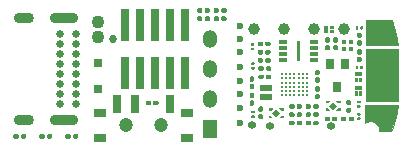
<source format=gbs>
G04 #@! TF.GenerationSoftware,KiCad,Pcbnew,(5.1.6)-1*
G04 #@! TF.CreationDate,2020-12-05T12:50:13+08:00*
G04 #@! TF.ProjectId,qomu-board,716f6d75-2d62-46f6-9172-642e6b696361,rev?*
G04 #@! TF.SameCoordinates,Original*
G04 #@! TF.FileFunction,Soldermask,Bot*
G04 #@! TF.FilePolarity,Negative*
%FSLAX46Y46*%
G04 Gerber Fmt 4.6, Leading zero omitted, Abs format (unit mm)*
G04 Created by KiCad (PCBNEW (5.1.6)-1) date 2020-12-05 12:50:13*
%MOMM*%
%LPD*%
G01*
G04 APERTURE LIST*
%ADD10C,0.100000*%
%ADD11O,0.600000X0.750000*%
%ADD12R,0.700000X0.900000*%
%ADD13R,0.740000X2.790000*%
%ADD14R,0.400000X0.400000*%
%ADD15R,1.250000X1.500000*%
%ADD16O,1.250000X1.500000*%
%ADD17O,1.700000X0.900000*%
%ADD18O,2.400000X0.900000*%
%ADD19C,0.650000*%
%ADD20R,0.270000X0.180000*%
%ADD21R,0.270000X0.520000*%
%ADD22R,0.180000X0.270000*%
%ADD23R,0.520000X0.270000*%
%ADD24R,1.140000X0.575000*%
%ADD25C,0.600000*%
%ADD26C,1.100000*%
%ADD27R,0.700000X1.500000*%
%ADD28C,1.200000*%
%ADD29R,1.000000X0.800000*%
%ADD30R,0.150000X0.900000*%
%ADD31R,0.670000X0.300000*%
%ADD32O,0.750000X0.600000*%
%ADD33C,0.211000*%
%ADD34C,1.000000*%
%ADD35R,0.800000X0.800000*%
%ADD36C,0.100000*%
G04 APERTURE END LIST*
D10*
G36*
X45648000Y-26386000D02*
G01*
X45298000Y-27486000D01*
X45248000Y-27536000D01*
X44248000Y-27536000D01*
X44198000Y-27186000D01*
X43998000Y-26936000D01*
X43798000Y-26786000D01*
X43648000Y-26736000D01*
X43448000Y-26736000D01*
X43148000Y-26786000D01*
X43025000Y-26850000D01*
X43025000Y-25325000D01*
X45850000Y-25325000D01*
X45648000Y-26386000D01*
G37*
X45648000Y-26386000D02*
X45298000Y-27486000D01*
X45248000Y-27536000D01*
X44248000Y-27536000D01*
X44198000Y-27186000D01*
X43998000Y-26936000D01*
X43798000Y-26786000D01*
X43648000Y-26736000D01*
X43448000Y-26736000D01*
X43148000Y-26786000D01*
X43025000Y-26850000D01*
X43025000Y-25325000D01*
X45850000Y-25325000D01*
X45648000Y-26386000D01*
G36*
X45298000Y-18186000D02*
G01*
X45648000Y-19336000D01*
X45825000Y-20275000D01*
X43075000Y-20275000D01*
X43075000Y-18150000D01*
X45198000Y-18136000D01*
X45298000Y-18186000D01*
G37*
X45298000Y-18186000D02*
X45648000Y-19336000D01*
X45825000Y-20275000D01*
X43075000Y-20275000D01*
X43075000Y-18150000D01*
X45198000Y-18136000D01*
X45298000Y-18186000D01*
G36*
X45800000Y-25025000D02*
G01*
X43075000Y-25025000D01*
X43075000Y-20600000D01*
X45800000Y-20600000D01*
X45800000Y-25025000D01*
G37*
X45800000Y-25025000D02*
X43075000Y-25025000D01*
X43075000Y-20600000D01*
X45800000Y-20600000D01*
X45800000Y-25025000D01*
G36*
X40410000Y-18660000D02*
G01*
X40040000Y-18660000D01*
X40040000Y-18930000D01*
X40410000Y-18930000D01*
X40410000Y-18660000D01*
G37*
G36*
X39900000Y-18660000D02*
G01*
X39550000Y-18660000D01*
X39550000Y-19280000D01*
X39900000Y-19280000D01*
X39900000Y-18660000D01*
G37*
G36*
X40410000Y-19010000D02*
G01*
X40040000Y-19010000D01*
X40040000Y-19280000D01*
X40410000Y-19280000D01*
X40410000Y-19010000D01*
G37*
G36*
X42810000Y-23410000D02*
G01*
X42810000Y-23040000D01*
X42540000Y-23040000D01*
X42540000Y-23410000D01*
X42810000Y-23410000D01*
G37*
G36*
X42810000Y-22900000D02*
G01*
X42810000Y-22550000D01*
X42190000Y-22550000D01*
X42190000Y-22900000D01*
X42810000Y-22900000D01*
G37*
G36*
X42460000Y-23410000D02*
G01*
X42460000Y-23040000D01*
X42190000Y-23040000D01*
X42190000Y-23410000D01*
X42460000Y-23410000D01*
G37*
G36*
X42810000Y-24560000D02*
G01*
X42810000Y-24190000D01*
X42540000Y-24190000D01*
X42540000Y-24560000D01*
X42810000Y-24560000D01*
G37*
G36*
X42810000Y-24050000D02*
G01*
X42810000Y-23700000D01*
X42190000Y-23700000D01*
X42190000Y-24050000D01*
X42810000Y-24050000D01*
G37*
G36*
X42460000Y-24560000D02*
G01*
X42460000Y-24190000D01*
X42190000Y-24190000D01*
X42190000Y-24560000D01*
X42460000Y-24560000D01*
G37*
G36*
X40010589Y-25406000D02*
G01*
X40350000Y-25066589D01*
X40689411Y-25406000D01*
X40350000Y-25745411D01*
X40010589Y-25406000D01*
G37*
G36*
X40100000Y-25006000D02*
G01*
X39920000Y-25186000D01*
X39740000Y-25186000D01*
X39740000Y-24976000D01*
X40100000Y-24976000D01*
X40100000Y-25006000D01*
G37*
G36*
X40960000Y-25186000D02*
G01*
X40780000Y-25186000D01*
X40600000Y-25006000D01*
X40600000Y-24976000D01*
X40960000Y-24976000D01*
X40960000Y-25186000D01*
G37*
G36*
X40960000Y-25836000D02*
G01*
X40600000Y-25836000D01*
X40600000Y-25806000D01*
X40780000Y-25626000D01*
X40960000Y-25626000D01*
X40960000Y-25836000D01*
G37*
G36*
X40100000Y-25806000D02*
G01*
X40100000Y-25836000D01*
X39740000Y-25836000D01*
X39740000Y-25626000D01*
X39920000Y-25626000D01*
X40100000Y-25806000D01*
G37*
G36*
X35869411Y-26050000D02*
G01*
X35530000Y-26389411D01*
X35190589Y-26050000D01*
X35530000Y-25710589D01*
X35869411Y-26050000D01*
G37*
G36*
X35780000Y-26450000D02*
G01*
X35960000Y-26270000D01*
X36140000Y-26270000D01*
X36140000Y-26480000D01*
X35780000Y-26480000D01*
X35780000Y-26450000D01*
G37*
G36*
X34920000Y-26270000D02*
G01*
X35100000Y-26270000D01*
X35280000Y-26450000D01*
X35280000Y-26480000D01*
X34920000Y-26480000D01*
X34920000Y-26270000D01*
G37*
G36*
X34920000Y-25620000D02*
G01*
X35280000Y-25620000D01*
X35280000Y-25650000D01*
X35100000Y-25830000D01*
X34920000Y-25830000D01*
X34920000Y-25620000D01*
G37*
G36*
X35780000Y-25650000D02*
G01*
X35780000Y-25620000D01*
X36140000Y-25620000D01*
X36140000Y-25830000D01*
X35960000Y-25830000D01*
X35780000Y-25650000D01*
G37*
D11*
X21675000Y-19775000D03*
D12*
X40050000Y-21900000D03*
X41350000Y-21900000D03*
X40700000Y-23800000D03*
D13*
X22685000Y-18535000D03*
X22685000Y-22605000D03*
X23955000Y-18535000D03*
X23955000Y-22605000D03*
X25225000Y-18535000D03*
X25225000Y-22605000D03*
X26495000Y-18535000D03*
X26495000Y-22605000D03*
X27765000Y-18535000D03*
X27765000Y-22605000D03*
G36*
G01*
X38000000Y-25570000D02*
X38000000Y-25370000D01*
G75*
G02*
X38100000Y-25270000I100000J0D01*
G01*
X38360000Y-25270000D01*
G75*
G02*
X38460000Y-25370000I0J-100000D01*
G01*
X38460000Y-25570000D01*
G75*
G02*
X38360000Y-25670000I-100000J0D01*
G01*
X38100000Y-25670000D01*
G75*
G02*
X38000000Y-25570000I0J100000D01*
G01*
G37*
G36*
G01*
X38640000Y-25570000D02*
X38640000Y-25370000D01*
G75*
G02*
X38740000Y-25270000I100000J0D01*
G01*
X39000000Y-25270000D01*
G75*
G02*
X39100000Y-25370000I0J-100000D01*
G01*
X39100000Y-25570000D01*
G75*
G02*
X39000000Y-25670000I-100000J0D01*
G01*
X38740000Y-25670000D01*
G75*
G02*
X38640000Y-25570000I0J100000D01*
G01*
G37*
G36*
G01*
X36600000Y-25570000D02*
X36600000Y-25370000D01*
G75*
G02*
X36700000Y-25270000I100000J0D01*
G01*
X36960000Y-25270000D01*
G75*
G02*
X37060000Y-25370000I0J-100000D01*
G01*
X37060000Y-25570000D01*
G75*
G02*
X36960000Y-25670000I-100000J0D01*
G01*
X36700000Y-25670000D01*
G75*
G02*
X36600000Y-25570000I0J100000D01*
G01*
G37*
G36*
G01*
X37240000Y-25570000D02*
X37240000Y-25370000D01*
G75*
G02*
X37340000Y-25270000I100000J0D01*
G01*
X37600000Y-25270000D01*
G75*
G02*
X37700000Y-25370000I0J-100000D01*
G01*
X37700000Y-25570000D01*
G75*
G02*
X37600000Y-25670000I-100000J0D01*
G01*
X37340000Y-25670000D01*
G75*
G02*
X37240000Y-25570000I0J100000D01*
G01*
G37*
D14*
X41873000Y-19970000D03*
X41273000Y-19970000D03*
X41873000Y-20570000D03*
X41273000Y-20570000D03*
D15*
X29946000Y-27370000D03*
D16*
X29946000Y-24830000D03*
X29946000Y-22290000D03*
X29946000Y-19750000D03*
D17*
X14165000Y-26595000D03*
X14165000Y-17945000D03*
D18*
X17545000Y-26595000D03*
X17545000Y-17941000D03*
D19*
X17175000Y-23545000D03*
X17175000Y-21845000D03*
X17175000Y-24395000D03*
X17175000Y-20995000D03*
X17175000Y-22695000D03*
X17175000Y-19295000D03*
X17175000Y-20145000D03*
X17175000Y-25245000D03*
X18525000Y-20995000D03*
X18525000Y-19295000D03*
X18525000Y-20145000D03*
X18525000Y-22695000D03*
X18525000Y-21845000D03*
X18525000Y-23545000D03*
X18525000Y-24395000D03*
X18525000Y-25245000D03*
D20*
X40225000Y-18795000D03*
X40225000Y-19145000D03*
D21*
X39725000Y-18970000D03*
D22*
X42675000Y-23225000D03*
X42325000Y-23225000D03*
D23*
X42500000Y-22725000D03*
D22*
X42675000Y-24375000D03*
X42325000Y-24375000D03*
D23*
X42500000Y-23875000D03*
D24*
X34648000Y-23880000D03*
X34648000Y-24705000D03*
D25*
X32450000Y-26842000D03*
D26*
X20460000Y-18345000D03*
X20460000Y-19615000D03*
D27*
X22020000Y-25270000D03*
X26520000Y-25270000D03*
X23520000Y-25270000D03*
D28*
X25770000Y-27020000D03*
X22770000Y-27020000D03*
D29*
X27920000Y-28120000D03*
X27920000Y-26020000D03*
X20620000Y-26020000D03*
X20620000Y-28120000D03*
D30*
X37448000Y-20361000D03*
X37448000Y-21161000D03*
X37348000Y-20361000D03*
X37348000Y-21161000D03*
D31*
X38723000Y-21511000D03*
X38723000Y-21011000D03*
X38723000Y-20511000D03*
X38723000Y-20011000D03*
X36073000Y-20011000D03*
X36073000Y-20511000D03*
X36073000Y-21011000D03*
X36073000Y-21501000D03*
D32*
X33500000Y-27050000D03*
X40125000Y-27150800D03*
D33*
X36000000Y-24495000D03*
X36000000Y-24145000D03*
X36000000Y-23795000D03*
X36000000Y-23445000D03*
X36000000Y-23095000D03*
X36000000Y-22745000D03*
X36350000Y-24495000D03*
X36350000Y-24145000D03*
X36350000Y-23795000D03*
X36350000Y-23445000D03*
X36350000Y-23095000D03*
X36350000Y-22745000D03*
X36700000Y-24495000D03*
X36700000Y-24145000D03*
X36700000Y-23795000D03*
X36700000Y-23445000D03*
X36700000Y-23095000D03*
X36700000Y-22745000D03*
X37050000Y-24495000D03*
X37050000Y-24145000D03*
X37050000Y-23795000D03*
X37050000Y-23445000D03*
X37050000Y-23095000D03*
X37050000Y-22745000D03*
X37400000Y-24495000D03*
X37400000Y-24145000D03*
X37400000Y-23795000D03*
X37400000Y-23445000D03*
X37400000Y-23095000D03*
X37400000Y-22745000D03*
X37750000Y-24495000D03*
X37750000Y-24145000D03*
X37750000Y-23795000D03*
X37750000Y-23445000D03*
X37750000Y-23095000D03*
X37750000Y-22745000D03*
X38100000Y-24495000D03*
X38100000Y-24145000D03*
X38100000Y-23795000D03*
X38100000Y-23445000D03*
X38100000Y-23095000D03*
X38100000Y-22745000D03*
D34*
X36170000Y-18950000D03*
X33630000Y-18950000D03*
X38710000Y-18950000D03*
X41250000Y-18950000D03*
D25*
X32450000Y-19792000D03*
X32450000Y-18692000D03*
X32450000Y-20892000D03*
X32450000Y-23292000D03*
X32450000Y-22092000D03*
X32450000Y-24392000D03*
X32450000Y-25592000D03*
G36*
G01*
X16550000Y-27900000D02*
X16550000Y-28100000D01*
G75*
G02*
X16450000Y-28200000I-100000J0D01*
G01*
X16190000Y-28200000D01*
G75*
G02*
X16090000Y-28100000I0J100000D01*
G01*
X16090000Y-27900000D01*
G75*
G02*
X16190000Y-27800000I100000J0D01*
G01*
X16450000Y-27800000D01*
G75*
G02*
X16550000Y-27900000I0J-100000D01*
G01*
G37*
G36*
G01*
X15910000Y-27900000D02*
X15910000Y-28100000D01*
G75*
G02*
X15810000Y-28200000I-100000J0D01*
G01*
X15550000Y-28200000D01*
G75*
G02*
X15450000Y-28100000I0J100000D01*
G01*
X15450000Y-27900000D01*
G75*
G02*
X15550000Y-27800000I100000J0D01*
G01*
X15810000Y-27800000D01*
G75*
G02*
X15910000Y-27900000I0J-100000D01*
G01*
G37*
G36*
G01*
X13250000Y-28100000D02*
X13250000Y-27900000D01*
G75*
G02*
X13350000Y-27800000I100000J0D01*
G01*
X13610000Y-27800000D01*
G75*
G02*
X13710000Y-27900000I0J-100000D01*
G01*
X13710000Y-28100000D01*
G75*
G02*
X13610000Y-28200000I-100000J0D01*
G01*
X13350000Y-28200000D01*
G75*
G02*
X13250000Y-28100000I0J100000D01*
G01*
G37*
G36*
G01*
X13890000Y-28100000D02*
X13890000Y-27900000D01*
G75*
G02*
X13990000Y-27800000I100000J0D01*
G01*
X14250000Y-27800000D01*
G75*
G02*
X14350000Y-27900000I0J-100000D01*
G01*
X14350000Y-28100000D01*
G75*
G02*
X14250000Y-28200000I-100000J0D01*
G01*
X13990000Y-28200000D01*
G75*
G02*
X13890000Y-28100000I0J100000D01*
G01*
G37*
D35*
X20425000Y-24020000D03*
X20425000Y-21770000D03*
G36*
G01*
X31310000Y-17240000D02*
X31310000Y-17440000D01*
G75*
G02*
X31210000Y-17540000I-100000J0D01*
G01*
X30950000Y-17540000D01*
G75*
G02*
X30850000Y-17440000I0J100000D01*
G01*
X30850000Y-17240000D01*
G75*
G02*
X30950000Y-17140000I100000J0D01*
G01*
X31210000Y-17140000D01*
G75*
G02*
X31310000Y-17240000I0J-100000D01*
G01*
G37*
G36*
G01*
X30670000Y-17240000D02*
X30670000Y-17440000D01*
G75*
G02*
X30570000Y-17540000I-100000J0D01*
G01*
X30310000Y-17540000D01*
G75*
G02*
X30210000Y-17440000I0J100000D01*
G01*
X30210000Y-17240000D01*
G75*
G02*
X30310000Y-17140000I100000J0D01*
G01*
X30570000Y-17140000D01*
G75*
G02*
X30670000Y-17240000I0J-100000D01*
G01*
G37*
G36*
G01*
X30210000Y-18145000D02*
X30210000Y-17945000D01*
G75*
G02*
X30310000Y-17845000I100000J0D01*
G01*
X30570000Y-17845000D01*
G75*
G02*
X30670000Y-17945000I0J-100000D01*
G01*
X30670000Y-18145000D01*
G75*
G02*
X30570000Y-18245000I-100000J0D01*
G01*
X30310000Y-18245000D01*
G75*
G02*
X30210000Y-18145000I0J100000D01*
G01*
G37*
G36*
G01*
X30850000Y-18145000D02*
X30850000Y-17945000D01*
G75*
G02*
X30950000Y-17845000I100000J0D01*
G01*
X31210000Y-17845000D01*
G75*
G02*
X31310000Y-17945000I0J-100000D01*
G01*
X31310000Y-18145000D01*
G75*
G02*
X31210000Y-18245000I-100000J0D01*
G01*
X30950000Y-18245000D01*
G75*
G02*
X30850000Y-18145000I0J100000D01*
G01*
G37*
D32*
X34950000Y-27100800D03*
G36*
G01*
X39100000Y-26070000D02*
X39100000Y-26270000D01*
G75*
G02*
X39000000Y-26370000I-100000J0D01*
G01*
X38740000Y-26370000D01*
G75*
G02*
X38640000Y-26270000I0J100000D01*
G01*
X38640000Y-26070000D01*
G75*
G02*
X38740000Y-25970000I100000J0D01*
G01*
X39000000Y-25970000D01*
G75*
G02*
X39100000Y-26070000I0J-100000D01*
G01*
G37*
G36*
G01*
X38460000Y-26070000D02*
X38460000Y-26270000D01*
G75*
G02*
X38360000Y-26370000I-100000J0D01*
G01*
X38100000Y-26370000D01*
G75*
G02*
X38000000Y-26270000I0J100000D01*
G01*
X38000000Y-26070000D01*
G75*
G02*
X38100000Y-25970000I100000J0D01*
G01*
X38360000Y-25970000D01*
G75*
G02*
X38460000Y-26070000I0J-100000D01*
G01*
G37*
G36*
G01*
X35100000Y-22170000D02*
X35100000Y-22370000D01*
G75*
G02*
X35000000Y-22470000I-100000J0D01*
G01*
X34740000Y-22470000D01*
G75*
G02*
X34640000Y-22370000I0J100000D01*
G01*
X34640000Y-22170000D01*
G75*
G02*
X34740000Y-22070000I100000J0D01*
G01*
X35000000Y-22070000D01*
G75*
G02*
X35100000Y-22170000I0J-100000D01*
G01*
G37*
G36*
G01*
X34460000Y-22170000D02*
X34460000Y-22370000D01*
G75*
G02*
X34360000Y-22470000I-100000J0D01*
G01*
X34100000Y-22470000D01*
G75*
G02*
X34000000Y-22370000I0J100000D01*
G01*
X34000000Y-22170000D01*
G75*
G02*
X34100000Y-22070000I100000J0D01*
G01*
X34360000Y-22070000D01*
G75*
G02*
X34460000Y-22170000I0J-100000D01*
G01*
G37*
G36*
G01*
X33550000Y-25420000D02*
X33350000Y-25420000D01*
G75*
G02*
X33250000Y-25320000I0J100000D01*
G01*
X33250000Y-25060000D01*
G75*
G02*
X33350000Y-24960000I100000J0D01*
G01*
X33550000Y-24960000D01*
G75*
G02*
X33650000Y-25060000I0J-100000D01*
G01*
X33650000Y-25320000D01*
G75*
G02*
X33550000Y-25420000I-100000J0D01*
G01*
G37*
G36*
G01*
X33550000Y-24780000D02*
X33350000Y-24780000D01*
G75*
G02*
X33250000Y-24680000I0J100000D01*
G01*
X33250000Y-24420000D01*
G75*
G02*
X33350000Y-24320000I100000J0D01*
G01*
X33550000Y-24320000D01*
G75*
G02*
X33650000Y-24420000I0J-100000D01*
G01*
X33650000Y-24680000D01*
G75*
G02*
X33550000Y-24780000I-100000J0D01*
G01*
G37*
G36*
G01*
X33560000Y-24020000D02*
X33360000Y-24020000D01*
G75*
G02*
X33260000Y-23920000I0J100000D01*
G01*
X33260000Y-23660000D01*
G75*
G02*
X33360000Y-23560000I100000J0D01*
G01*
X33560000Y-23560000D01*
G75*
G02*
X33660000Y-23660000I0J-100000D01*
G01*
X33660000Y-23920000D01*
G75*
G02*
X33560000Y-24020000I-100000J0D01*
G01*
G37*
G36*
G01*
X33560000Y-23380000D02*
X33360000Y-23380000D01*
G75*
G02*
X33260000Y-23280000I0J100000D01*
G01*
X33260000Y-23020000D01*
G75*
G02*
X33360000Y-22920000I100000J0D01*
G01*
X33560000Y-22920000D01*
G75*
G02*
X33660000Y-23020000I0J-100000D01*
G01*
X33660000Y-23280000D01*
G75*
G02*
X33560000Y-23380000I-100000J0D01*
G01*
G37*
G36*
G01*
X42650000Y-21720000D02*
X42450000Y-21720000D01*
G75*
G02*
X42350000Y-21620000I0J100000D01*
G01*
X42350000Y-21360000D01*
G75*
G02*
X42450000Y-21260000I100000J0D01*
G01*
X42650000Y-21260000D01*
G75*
G02*
X42750000Y-21360000I0J-100000D01*
G01*
X42750000Y-21620000D01*
G75*
G02*
X42650000Y-21720000I-100000J0D01*
G01*
G37*
G36*
G01*
X42650000Y-21080000D02*
X42450000Y-21080000D01*
G75*
G02*
X42350000Y-20980000I0J100000D01*
G01*
X42350000Y-20720000D01*
G75*
G02*
X42450000Y-20620000I100000J0D01*
G01*
X42650000Y-20620000D01*
G75*
G02*
X42750000Y-20720000I0J-100000D01*
G01*
X42750000Y-20980000D01*
G75*
G02*
X42650000Y-21080000I-100000J0D01*
G01*
G37*
G36*
G01*
X42450000Y-19860000D02*
X42650000Y-19860000D01*
G75*
G02*
X42750000Y-19960000I0J-100000D01*
G01*
X42750000Y-20220000D01*
G75*
G02*
X42650000Y-20320000I-100000J0D01*
G01*
X42450000Y-20320000D01*
G75*
G02*
X42350000Y-20220000I0J100000D01*
G01*
X42350000Y-19960000D01*
G75*
G02*
X42450000Y-19860000I100000J0D01*
G01*
G37*
G36*
G01*
X42450000Y-19220000D02*
X42650000Y-19220000D01*
G75*
G02*
X42750000Y-19320000I0J-100000D01*
G01*
X42750000Y-19580000D01*
G75*
G02*
X42650000Y-19680000I-100000J0D01*
G01*
X42450000Y-19680000D01*
G75*
G02*
X42350000Y-19580000I0J100000D01*
G01*
X42350000Y-19320000D01*
G75*
G02*
X42450000Y-19220000I100000J0D01*
G01*
G37*
G36*
G01*
X40450000Y-19620000D02*
X40650000Y-19620000D01*
G75*
G02*
X40750000Y-19720000I0J-100000D01*
G01*
X40750000Y-19980000D01*
G75*
G02*
X40650000Y-20080000I-100000J0D01*
G01*
X40450000Y-20080000D01*
G75*
G02*
X40350000Y-19980000I0J100000D01*
G01*
X40350000Y-19720000D01*
G75*
G02*
X40450000Y-19620000I100000J0D01*
G01*
G37*
G36*
G01*
X40450000Y-20260000D02*
X40650000Y-20260000D01*
G75*
G02*
X40750000Y-20360000I0J-100000D01*
G01*
X40750000Y-20620000D01*
G75*
G02*
X40650000Y-20720000I-100000J0D01*
G01*
X40450000Y-20720000D01*
G75*
G02*
X40350000Y-20620000I0J100000D01*
G01*
X40350000Y-20360000D01*
G75*
G02*
X40450000Y-20260000I100000J0D01*
G01*
G37*
G36*
G01*
X28810000Y-18145000D02*
X28810000Y-17945000D01*
G75*
G02*
X28910000Y-17845000I100000J0D01*
G01*
X29170000Y-17845000D01*
G75*
G02*
X29270000Y-17945000I0J-100000D01*
G01*
X29270000Y-18145000D01*
G75*
G02*
X29170000Y-18245000I-100000J0D01*
G01*
X28910000Y-18245000D01*
G75*
G02*
X28810000Y-18145000I0J100000D01*
G01*
G37*
G36*
G01*
X29450000Y-18145000D02*
X29450000Y-17945000D01*
G75*
G02*
X29550000Y-17845000I100000J0D01*
G01*
X29810000Y-17845000D01*
G75*
G02*
X29910000Y-17945000I0J-100000D01*
G01*
X29910000Y-18145000D01*
G75*
G02*
X29810000Y-18245000I-100000J0D01*
G01*
X29550000Y-18245000D01*
G75*
G02*
X29450000Y-18145000I0J100000D01*
G01*
G37*
G36*
G01*
X28810000Y-17440000D02*
X28810000Y-17240000D01*
G75*
G02*
X28910000Y-17140000I100000J0D01*
G01*
X29170000Y-17140000D01*
G75*
G02*
X29270000Y-17240000I0J-100000D01*
G01*
X29270000Y-17440000D01*
G75*
G02*
X29170000Y-17540000I-100000J0D01*
G01*
X28910000Y-17540000D01*
G75*
G02*
X28810000Y-17440000I0J100000D01*
G01*
G37*
G36*
G01*
X29450000Y-17440000D02*
X29450000Y-17240000D01*
G75*
G02*
X29550000Y-17140000I100000J0D01*
G01*
X29810000Y-17140000D01*
G75*
G02*
X29910000Y-17240000I0J-100000D01*
G01*
X29910000Y-17440000D01*
G75*
G02*
X29810000Y-17540000I-100000J0D01*
G01*
X29550000Y-17540000D01*
G75*
G02*
X29450000Y-17440000I0J100000D01*
G01*
G37*
G36*
G01*
X35038000Y-20770000D02*
X35038000Y-20970000D01*
G75*
G02*
X34938000Y-21070000I-100000J0D01*
G01*
X34678000Y-21070000D01*
G75*
G02*
X34578000Y-20970000I0J100000D01*
G01*
X34578000Y-20770000D01*
G75*
G02*
X34678000Y-20670000I100000J0D01*
G01*
X34938000Y-20670000D01*
G75*
G02*
X35038000Y-20770000I0J-100000D01*
G01*
G37*
G36*
G01*
X34398000Y-20770000D02*
X34398000Y-20970000D01*
G75*
G02*
X34298000Y-21070000I-100000J0D01*
G01*
X34038000Y-21070000D01*
G75*
G02*
X33938000Y-20970000I0J100000D01*
G01*
X33938000Y-20770000D01*
G75*
G02*
X34038000Y-20670000I100000J0D01*
G01*
X34298000Y-20670000D01*
G75*
G02*
X34398000Y-20770000I0J-100000D01*
G01*
G37*
G36*
G01*
X35038000Y-20070000D02*
X35038000Y-20270000D01*
G75*
G02*
X34938000Y-20370000I-100000J0D01*
G01*
X34678000Y-20370000D01*
G75*
G02*
X34578000Y-20270000I0J100000D01*
G01*
X34578000Y-20070000D01*
G75*
G02*
X34678000Y-19970000I100000J0D01*
G01*
X34938000Y-19970000D01*
G75*
G02*
X35038000Y-20070000I0J-100000D01*
G01*
G37*
G36*
G01*
X34398000Y-20070000D02*
X34398000Y-20270000D01*
G75*
G02*
X34298000Y-20370000I-100000J0D01*
G01*
X34038000Y-20370000D01*
G75*
G02*
X33938000Y-20270000I0J100000D01*
G01*
X33938000Y-20070000D01*
G75*
G02*
X34038000Y-19970000I100000J0D01*
G01*
X34298000Y-19970000D01*
G75*
G02*
X34398000Y-20070000I0J-100000D01*
G01*
G37*
G36*
G01*
X35038000Y-21470000D02*
X35038000Y-21670000D01*
G75*
G02*
X34938000Y-21770000I-100000J0D01*
G01*
X34678000Y-21770000D01*
G75*
G02*
X34578000Y-21670000I0J100000D01*
G01*
X34578000Y-21470000D01*
G75*
G02*
X34678000Y-21370000I100000J0D01*
G01*
X34938000Y-21370000D01*
G75*
G02*
X35038000Y-21470000I0J-100000D01*
G01*
G37*
G36*
G01*
X34398000Y-21470000D02*
X34398000Y-21670000D01*
G75*
G02*
X34298000Y-21770000I-100000J0D01*
G01*
X34038000Y-21770000D01*
G75*
G02*
X33938000Y-21670000I0J100000D01*
G01*
X33938000Y-21470000D01*
G75*
G02*
X34038000Y-21370000I100000J0D01*
G01*
X34298000Y-21370000D01*
G75*
G02*
X34398000Y-21470000I0J-100000D01*
G01*
G37*
G36*
G01*
X18750000Y-27900000D02*
X18750000Y-28100000D01*
G75*
G02*
X18650000Y-28200000I-100000J0D01*
G01*
X18390000Y-28200000D01*
G75*
G02*
X18290000Y-28100000I0J100000D01*
G01*
X18290000Y-27900000D01*
G75*
G02*
X18390000Y-27800000I100000J0D01*
G01*
X18650000Y-27800000D01*
G75*
G02*
X18750000Y-27900000I0J-100000D01*
G01*
G37*
G36*
G01*
X18110000Y-27900000D02*
X18110000Y-28100000D01*
G75*
G02*
X18010000Y-28200000I-100000J0D01*
G01*
X17750000Y-28200000D01*
G75*
G02*
X17650000Y-28100000I0J100000D01*
G01*
X17650000Y-27900000D01*
G75*
G02*
X17750000Y-27800000I100000J0D01*
G01*
X18010000Y-27800000D01*
G75*
G02*
X18110000Y-27900000I0J-100000D01*
G01*
G37*
G36*
G01*
X41000000Y-26620000D02*
X41000000Y-26420000D01*
G75*
G02*
X41100000Y-26320000I100000J0D01*
G01*
X41360000Y-26320000D01*
G75*
G02*
X41460000Y-26420000I0J-100000D01*
G01*
X41460000Y-26620000D01*
G75*
G02*
X41360000Y-26720000I-100000J0D01*
G01*
X41100000Y-26720000D01*
G75*
G02*
X41000000Y-26620000I0J100000D01*
G01*
G37*
G36*
G01*
X41640000Y-26620000D02*
X41640000Y-26420000D01*
G75*
G02*
X41740000Y-26320000I100000J0D01*
G01*
X42000000Y-26320000D01*
G75*
G02*
X42100000Y-26420000I0J-100000D01*
G01*
X42100000Y-26620000D01*
G75*
G02*
X42000000Y-26720000I-100000J0D01*
G01*
X41740000Y-26720000D01*
G75*
G02*
X41640000Y-26620000I0J100000D01*
G01*
G37*
G36*
G01*
X39100000Y-26770000D02*
X39100000Y-26970000D01*
G75*
G02*
X39000000Y-27070000I-100000J0D01*
G01*
X38740000Y-27070000D01*
G75*
G02*
X38640000Y-26970000I0J100000D01*
G01*
X38640000Y-26770000D01*
G75*
G02*
X38740000Y-26670000I100000J0D01*
G01*
X39000000Y-26670000D01*
G75*
G02*
X39100000Y-26770000I0J-100000D01*
G01*
G37*
G36*
G01*
X38460000Y-26770000D02*
X38460000Y-26970000D01*
G75*
G02*
X38360000Y-27070000I-100000J0D01*
G01*
X38100000Y-27070000D01*
G75*
G02*
X38000000Y-26970000I0J100000D01*
G01*
X38000000Y-26770000D01*
G75*
G02*
X38100000Y-26670000I100000J0D01*
G01*
X38360000Y-26670000D01*
G75*
G02*
X38460000Y-26770000I0J-100000D01*
G01*
G37*
G36*
G01*
X33610500Y-20720000D02*
X33425500Y-20720000D01*
G75*
G02*
X33368000Y-20662500I0J57500D01*
G01*
X33368000Y-20547500D01*
G75*
G02*
X33425500Y-20490000I57500J0D01*
G01*
X33610500Y-20490000D01*
G75*
G02*
X33668000Y-20547500I0J-57500D01*
G01*
X33668000Y-20662500D01*
G75*
G02*
X33610500Y-20720000I-57500J0D01*
G01*
G37*
G36*
G01*
X33610500Y-20340000D02*
X33425500Y-20340000D01*
G75*
G02*
X33368000Y-20282500I0J57500D01*
G01*
X33368000Y-20167500D01*
G75*
G02*
X33425500Y-20110000I57500J0D01*
G01*
X33610500Y-20110000D01*
G75*
G02*
X33668000Y-20167500I0J-57500D01*
G01*
X33668000Y-20282500D01*
G75*
G02*
X33610500Y-20340000I-57500J0D01*
G01*
G37*
G36*
G01*
X33435500Y-21730000D02*
X33620500Y-21730000D01*
G75*
G02*
X33678000Y-21787500I0J-57500D01*
G01*
X33678000Y-21902500D01*
G75*
G02*
X33620500Y-21960000I-57500J0D01*
G01*
X33435500Y-21960000D01*
G75*
G02*
X33378000Y-21902500I0J57500D01*
G01*
X33378000Y-21787500D01*
G75*
G02*
X33435500Y-21730000I57500J0D01*
G01*
G37*
G36*
G01*
X33435500Y-22110000D02*
X33620500Y-22110000D01*
G75*
G02*
X33678000Y-22167500I0J-57500D01*
G01*
X33678000Y-22282500D01*
G75*
G02*
X33620500Y-22340000I-57500J0D01*
G01*
X33435500Y-22340000D01*
G75*
G02*
X33378000Y-22282500I0J57500D01*
G01*
X33378000Y-22167500D01*
G75*
G02*
X33435500Y-22110000I57500J0D01*
G01*
G37*
G36*
G01*
X33457500Y-25830000D02*
X33642500Y-25830000D01*
G75*
G02*
X33700000Y-25887500I0J-57500D01*
G01*
X33700000Y-26002500D01*
G75*
G02*
X33642500Y-26060000I-57500J0D01*
G01*
X33457500Y-26060000D01*
G75*
G02*
X33400000Y-26002500I0J57500D01*
G01*
X33400000Y-25887500D01*
G75*
G02*
X33457500Y-25830000I57500J0D01*
G01*
G37*
G36*
G01*
X33457500Y-26210000D02*
X33642500Y-26210000D01*
G75*
G02*
X33700000Y-26267500I0J-57500D01*
G01*
X33700000Y-26382500D01*
G75*
G02*
X33642500Y-26440000I-57500J0D01*
G01*
X33457500Y-26440000D01*
G75*
G02*
X33400000Y-26382500I0J57500D01*
G01*
X33400000Y-26267500D01*
G75*
G02*
X33457500Y-26210000I57500J0D01*
G01*
G37*
G36*
G01*
X42592500Y-26625000D02*
X42407500Y-26625000D01*
G75*
G02*
X42350000Y-26567500I0J57500D01*
G01*
X42350000Y-26452500D01*
G75*
G02*
X42407500Y-26395000I57500J0D01*
G01*
X42592500Y-26395000D01*
G75*
G02*
X42650000Y-26452500I0J-57500D01*
G01*
X42650000Y-26567500D01*
G75*
G02*
X42592500Y-26625000I-57500J0D01*
G01*
G37*
G36*
G01*
X42592500Y-26245000D02*
X42407500Y-26245000D01*
G75*
G02*
X42350000Y-26187500I0J57500D01*
G01*
X42350000Y-26072500D01*
G75*
G02*
X42407500Y-26015000I57500J0D01*
G01*
X42592500Y-26015000D01*
G75*
G02*
X42650000Y-26072500I0J-57500D01*
G01*
X42650000Y-26187500D01*
G75*
G02*
X42592500Y-26245000I-57500J0D01*
G01*
G37*
G36*
G01*
X42855000Y-22057500D02*
X42855000Y-22242500D01*
G75*
G02*
X42797500Y-22300000I-57500J0D01*
G01*
X42682500Y-22300000D01*
G75*
G02*
X42625000Y-22242500I0J57500D01*
G01*
X42625000Y-22057500D01*
G75*
G02*
X42682500Y-22000000I57500J0D01*
G01*
X42797500Y-22000000D01*
G75*
G02*
X42855000Y-22057500I0J-57500D01*
G01*
G37*
G36*
G01*
X42475000Y-22057500D02*
X42475000Y-22242500D01*
G75*
G02*
X42417500Y-22300000I-57500J0D01*
G01*
X42302500Y-22300000D01*
G75*
G02*
X42245000Y-22242500I0J57500D01*
G01*
X42245000Y-22057500D01*
G75*
G02*
X42302500Y-22000000I57500J0D01*
G01*
X42417500Y-22000000D01*
G75*
G02*
X42475000Y-22057500I0J-57500D01*
G01*
G37*
G36*
G01*
X42407500Y-24965000D02*
X42592500Y-24965000D01*
G75*
G02*
X42650000Y-25022500I0J-57500D01*
G01*
X42650000Y-25137500D01*
G75*
G02*
X42592500Y-25195000I-57500J0D01*
G01*
X42407500Y-25195000D01*
G75*
G02*
X42350000Y-25137500I0J57500D01*
G01*
X42350000Y-25022500D01*
G75*
G02*
X42407500Y-24965000I57500J0D01*
G01*
G37*
G36*
G01*
X42407500Y-25345000D02*
X42592500Y-25345000D01*
G75*
G02*
X42650000Y-25402500I0J-57500D01*
G01*
X42650000Y-25517500D01*
G75*
G02*
X42592500Y-25575000I-57500J0D01*
G01*
X42407500Y-25575000D01*
G75*
G02*
X42350000Y-25517500I0J57500D01*
G01*
X42350000Y-25402500D01*
G75*
G02*
X42407500Y-25345000I57500J0D01*
G01*
G37*
G36*
G01*
X42855000Y-18727500D02*
X42855000Y-18912500D01*
G75*
G02*
X42797500Y-18970000I-57500J0D01*
G01*
X42682500Y-18970000D01*
G75*
G02*
X42625000Y-18912500I0J57500D01*
G01*
X42625000Y-18727500D01*
G75*
G02*
X42682500Y-18670000I57500J0D01*
G01*
X42797500Y-18670000D01*
G75*
G02*
X42855000Y-18727500I0J-57500D01*
G01*
G37*
G36*
G01*
X42475000Y-18727500D02*
X42475000Y-18912500D01*
G75*
G02*
X42417500Y-18970000I-57500J0D01*
G01*
X42302500Y-18970000D01*
G75*
G02*
X42245000Y-18912500I0J57500D01*
G01*
X42245000Y-18727500D01*
G75*
G02*
X42302500Y-18670000I57500J0D01*
G01*
X42417500Y-18670000D01*
G75*
G02*
X42475000Y-18727500I0J-57500D01*
G01*
G37*
G36*
G01*
X25550000Y-25070000D02*
X25550000Y-25270000D01*
G75*
G02*
X25450000Y-25370000I-100000J0D01*
G01*
X25190000Y-25370000D01*
G75*
G02*
X25090000Y-25270000I0J100000D01*
G01*
X25090000Y-25070000D01*
G75*
G02*
X25190000Y-24970000I100000J0D01*
G01*
X25450000Y-24970000D01*
G75*
G02*
X25550000Y-25070000I0J-100000D01*
G01*
G37*
G36*
G01*
X24910000Y-25070000D02*
X24910000Y-25270000D01*
G75*
G02*
X24810000Y-25370000I-100000J0D01*
G01*
X24550000Y-25370000D01*
G75*
G02*
X24450000Y-25270000I0J100000D01*
G01*
X24450000Y-25070000D01*
G75*
G02*
X24550000Y-24970000I100000J0D01*
G01*
X24810000Y-24970000D01*
G75*
G02*
X24910000Y-25070000I0J-100000D01*
G01*
G37*
G36*
G01*
X39600000Y-26620000D02*
X39600000Y-26420000D01*
G75*
G02*
X39700000Y-26320000I100000J0D01*
G01*
X39960000Y-26320000D01*
G75*
G02*
X40060000Y-26420000I0J-100000D01*
G01*
X40060000Y-26620000D01*
G75*
G02*
X39960000Y-26720000I-100000J0D01*
G01*
X39700000Y-26720000D01*
G75*
G02*
X39600000Y-26620000I0J100000D01*
G01*
G37*
G36*
G01*
X40240000Y-26620000D02*
X40240000Y-26420000D01*
G75*
G02*
X40340000Y-26320000I100000J0D01*
G01*
X40600000Y-26320000D01*
G75*
G02*
X40700000Y-26420000I0J-100000D01*
G01*
X40700000Y-26620000D01*
G75*
G02*
X40600000Y-26720000I-100000J0D01*
G01*
X40340000Y-26720000D01*
G75*
G02*
X40240000Y-26620000I0J100000D01*
G01*
G37*
G36*
G01*
X39100000Y-23470000D02*
X38900000Y-23470000D01*
G75*
G02*
X38800000Y-23370000I0J100000D01*
G01*
X38800000Y-23110000D01*
G75*
G02*
X38900000Y-23010000I100000J0D01*
G01*
X39100000Y-23010000D01*
G75*
G02*
X39200000Y-23110000I0J-100000D01*
G01*
X39200000Y-23370000D01*
G75*
G02*
X39100000Y-23470000I-100000J0D01*
G01*
G37*
G36*
G01*
X39100000Y-22830000D02*
X38900000Y-22830000D01*
G75*
G02*
X38800000Y-22730000I0J100000D01*
G01*
X38800000Y-22470000D01*
G75*
G02*
X38900000Y-22370000I100000J0D01*
G01*
X39100000Y-22370000D01*
G75*
G02*
X39200000Y-22470000I0J-100000D01*
G01*
X39200000Y-22730000D01*
G75*
G02*
X39100000Y-22830000I-100000J0D01*
G01*
G37*
G36*
G01*
X36600000Y-26270000D02*
X36600000Y-26070000D01*
G75*
G02*
X36700000Y-25970000I100000J0D01*
G01*
X36960000Y-25970000D01*
G75*
G02*
X37060000Y-26070000I0J-100000D01*
G01*
X37060000Y-26270000D01*
G75*
G02*
X36960000Y-26370000I-100000J0D01*
G01*
X36700000Y-26370000D01*
G75*
G02*
X36600000Y-26270000I0J100000D01*
G01*
G37*
G36*
G01*
X37240000Y-26270000D02*
X37240000Y-26070000D01*
G75*
G02*
X37340000Y-25970000I100000J0D01*
G01*
X37600000Y-25970000D01*
G75*
G02*
X37700000Y-26070000I0J-100000D01*
G01*
X37700000Y-26270000D01*
G75*
G02*
X37600000Y-26370000I-100000J0D01*
G01*
X37340000Y-26370000D01*
G75*
G02*
X37240000Y-26270000I0J100000D01*
G01*
G37*
G36*
G01*
X38900000Y-23770000D02*
X39100000Y-23770000D01*
G75*
G02*
X39200000Y-23870000I0J-100000D01*
G01*
X39200000Y-24130000D01*
G75*
G02*
X39100000Y-24230000I-100000J0D01*
G01*
X38900000Y-24230000D01*
G75*
G02*
X38800000Y-24130000I0J100000D01*
G01*
X38800000Y-23870000D01*
G75*
G02*
X38900000Y-23770000I100000J0D01*
G01*
G37*
G36*
G01*
X38900000Y-24410000D02*
X39100000Y-24410000D01*
G75*
G02*
X39200000Y-24510000I0J-100000D01*
G01*
X39200000Y-24770000D01*
G75*
G02*
X39100000Y-24870000I-100000J0D01*
G01*
X38900000Y-24870000D01*
G75*
G02*
X38800000Y-24770000I0J100000D01*
G01*
X38800000Y-24510000D01*
G75*
G02*
X38900000Y-24410000I100000J0D01*
G01*
G37*
G36*
G01*
X36600000Y-26970000D02*
X36600000Y-26770000D01*
G75*
G02*
X36700000Y-26670000I100000J0D01*
G01*
X36960000Y-26670000D01*
G75*
G02*
X37060000Y-26770000I0J-100000D01*
G01*
X37060000Y-26970000D01*
G75*
G02*
X36960000Y-27070000I-100000J0D01*
G01*
X36700000Y-27070000D01*
G75*
G02*
X36600000Y-26970000I0J100000D01*
G01*
G37*
G36*
G01*
X37240000Y-26970000D02*
X37240000Y-26770000D01*
G75*
G02*
X37340000Y-26670000I100000J0D01*
G01*
X37600000Y-26670000D01*
G75*
G02*
X37700000Y-26770000I0J-100000D01*
G01*
X37700000Y-26970000D01*
G75*
G02*
X37600000Y-27070000I-100000J0D01*
G01*
X37340000Y-27070000D01*
G75*
G02*
X37240000Y-26970000I0J100000D01*
G01*
G37*
G36*
G01*
X39750000Y-19620000D02*
X39950000Y-19620000D01*
G75*
G02*
X40050000Y-19720000I0J-100000D01*
G01*
X40050000Y-19980000D01*
G75*
G02*
X39950000Y-20080000I-100000J0D01*
G01*
X39750000Y-20080000D01*
G75*
G02*
X39650000Y-19980000I0J100000D01*
G01*
X39650000Y-19720000D01*
G75*
G02*
X39750000Y-19620000I100000J0D01*
G01*
G37*
G36*
G01*
X39750000Y-20260000D02*
X39950000Y-20260000D01*
G75*
G02*
X40050000Y-20360000I0J-100000D01*
G01*
X40050000Y-20620000D01*
G75*
G02*
X39950000Y-20720000I-100000J0D01*
G01*
X39750000Y-20720000D01*
G75*
G02*
X39650000Y-20620000I0J100000D01*
G01*
X39650000Y-20360000D01*
G75*
G02*
X39750000Y-20260000I100000J0D01*
G01*
G37*
G36*
G01*
X35100000Y-22870000D02*
X35100000Y-23070000D01*
G75*
G02*
X35000000Y-23170000I-100000J0D01*
G01*
X34740000Y-23170000D01*
G75*
G02*
X34640000Y-23070000I0J100000D01*
G01*
X34640000Y-22870000D01*
G75*
G02*
X34740000Y-22770000I100000J0D01*
G01*
X35000000Y-22770000D01*
G75*
G02*
X35100000Y-22870000I0J-100000D01*
G01*
G37*
G36*
G01*
X34460000Y-22870000D02*
X34460000Y-23070000D01*
G75*
G02*
X34360000Y-23170000I-100000J0D01*
G01*
X34100000Y-23170000D01*
G75*
G02*
X34000000Y-23070000I0J100000D01*
G01*
X34000000Y-22870000D01*
G75*
G02*
X34100000Y-22770000I100000J0D01*
G01*
X34360000Y-22770000D01*
G75*
G02*
X34460000Y-22870000I0J-100000D01*
G01*
G37*
G36*
G01*
X41750000Y-26020000D02*
X41550000Y-26020000D01*
G75*
G02*
X41450000Y-25920000I0J100000D01*
G01*
X41450000Y-25660000D01*
G75*
G02*
X41550000Y-25560000I100000J0D01*
G01*
X41750000Y-25560000D01*
G75*
G02*
X41850000Y-25660000I0J-100000D01*
G01*
X41850000Y-25920000D01*
G75*
G02*
X41750000Y-26020000I-100000J0D01*
G01*
G37*
G36*
G01*
X41750000Y-25380000D02*
X41550000Y-25380000D01*
G75*
G02*
X41450000Y-25280000I0J100000D01*
G01*
X41450000Y-25020000D01*
G75*
G02*
X41550000Y-24920000I100000J0D01*
G01*
X41750000Y-24920000D01*
G75*
G02*
X41850000Y-25020000I0J-100000D01*
G01*
X41850000Y-25280000D01*
G75*
G02*
X41750000Y-25380000I-100000J0D01*
G01*
G37*
G36*
G01*
X34100000Y-25470000D02*
X34300000Y-25470000D01*
G75*
G02*
X34400000Y-25570000I0J-100000D01*
G01*
X34400000Y-25830000D01*
G75*
G02*
X34300000Y-25930000I-100000J0D01*
G01*
X34100000Y-25930000D01*
G75*
G02*
X34000000Y-25830000I0J100000D01*
G01*
X34000000Y-25570000D01*
G75*
G02*
X34100000Y-25470000I100000J0D01*
G01*
G37*
G36*
G01*
X34100000Y-26110000D02*
X34300000Y-26110000D01*
G75*
G02*
X34400000Y-26210000I0J-100000D01*
G01*
X34400000Y-26470000D01*
G75*
G02*
X34300000Y-26570000I-100000J0D01*
G01*
X34100000Y-26570000D01*
G75*
G02*
X34000000Y-26470000I0J100000D01*
G01*
X34000000Y-26210000D01*
G75*
G02*
X34100000Y-26110000I100000J0D01*
G01*
G37*
D36*
X43848000Y-19316000D03*
X43848000Y-21516000D03*
X43848000Y-24116000D03*
X43848000Y-26316000D03*
M02*

</source>
